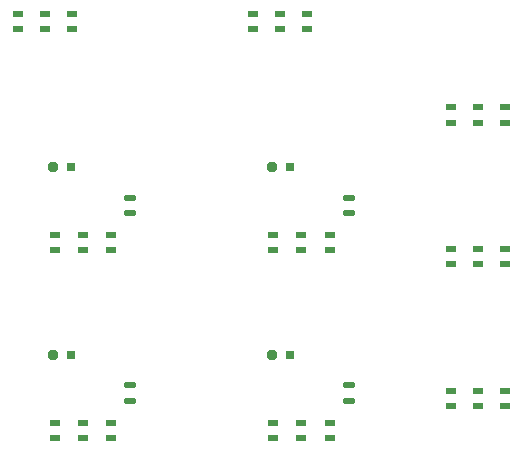
<source format=gtp>
G04*
G04 #@! TF.GenerationSoftware,Altium Limited,Altium Designer,20.1.8 (145)*
G04*
G04 Layer_Color=8421504*
%FSLAX25Y25*%
%MOIN*%
G70*
G04*
G04 #@! TF.SameCoordinates,4EEE358A-EBC4-4D44-B4B5-89C592D5BD6F*
G04*
G04*
G04 #@! TF.FilePolarity,Positive*
G04*
G01*
G75*
%ADD10R,0.03740X0.01968*%
%ADD11R,0.03543X0.01968*%
G04:AMPARAMS|DCode=13|XSize=19.68mil|YSize=37.4mil|CornerRadius=4.92mil|HoleSize=0mil|Usage=FLASHONLY|Rotation=270.000|XOffset=0mil|YOffset=0mil|HoleType=Round|Shape=RoundedRectangle|*
%AMROUNDEDRECTD13*
21,1,0.01968,0.02756,0,0,270.0*
21,1,0.00984,0.03740,0,0,270.0*
1,1,0.00984,-0.01378,-0.00492*
1,1,0.00984,-0.01378,0.00492*
1,1,0.00984,0.01378,0.00492*
1,1,0.00984,0.01378,-0.00492*
%
%ADD13ROUNDEDRECTD13*%
G04:AMPARAMS|DCode=14|XSize=31.5mil|YSize=31.5mil|CornerRadius=7.87mil|HoleSize=0mil|Usage=FLASHONLY|Rotation=0.000|XOffset=0mil|YOffset=0mil|HoleType=Round|Shape=RoundedRectangle|*
%AMROUNDEDRECTD14*
21,1,0.03150,0.01575,0,0,0.0*
21,1,0.01575,0.03150,0,0,0.0*
1,1,0.01575,0.00787,-0.00787*
1,1,0.01575,-0.00787,-0.00787*
1,1,0.01575,-0.00787,0.00787*
1,1,0.01575,0.00787,0.00787*
%
%ADD14ROUNDEDRECTD14*%
%ADD15R,0.03150X0.03150*%
D10*
X120303Y151319D02*
D03*
Y156437D02*
D03*
X41732Y151319D02*
D03*
Y156437D02*
D03*
X54894Y15114D02*
D03*
Y20232D02*
D03*
X35996Y20126D02*
D03*
Y15008D02*
D03*
X45445Y15008D02*
D03*
Y20126D02*
D03*
X127728Y15114D02*
D03*
Y20232D02*
D03*
X108831Y20126D02*
D03*
Y15008D02*
D03*
X118280Y15008D02*
D03*
Y20126D02*
D03*
X54894Y77713D02*
D03*
Y82831D02*
D03*
X35996Y82724D02*
D03*
Y77606D02*
D03*
X45445Y77606D02*
D03*
Y82724D02*
D03*
X127728Y77713D02*
D03*
Y82831D02*
D03*
X108831Y82724D02*
D03*
Y77606D02*
D03*
X118280Y77606D02*
D03*
Y82724D02*
D03*
X186051Y25728D02*
D03*
Y30847D02*
D03*
Y72973D02*
D03*
Y78091D02*
D03*
Y120217D02*
D03*
Y125335D02*
D03*
D11*
X102303Y156437D02*
D03*
Y151319D02*
D03*
X111303Y156437D02*
D03*
Y151319D02*
D03*
X23732Y156437D02*
D03*
Y151319D02*
D03*
X32732Y156437D02*
D03*
Y151319D02*
D03*
X168051Y30847D02*
D03*
Y25728D02*
D03*
X177051Y30847D02*
D03*
Y25728D02*
D03*
X168051Y78091D02*
D03*
Y72973D02*
D03*
X177051Y78091D02*
D03*
Y72973D02*
D03*
X168051Y125335D02*
D03*
Y120217D02*
D03*
X177051Y125335D02*
D03*
Y120217D02*
D03*
D13*
X61193Y32651D02*
D03*
Y27533D02*
D03*
X134028Y32651D02*
D03*
Y27533D02*
D03*
X61193Y95249D02*
D03*
Y90131D02*
D03*
X134028Y95249D02*
D03*
Y90131D02*
D03*
D14*
X35602Y42764D02*
D03*
X108437D02*
D03*
X35602Y105362D02*
D03*
X108437D02*
D03*
D15*
X41508Y42764D02*
D03*
X114342D02*
D03*
X41508Y105362D02*
D03*
X114342D02*
D03*
M02*

</source>
